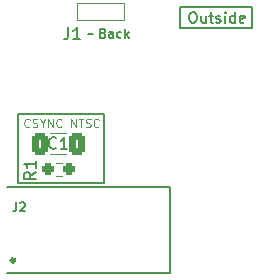
<source format=gbr>
G04 #@! TF.GenerationSoftware,KiCad,Pcbnew,(6.0.6-0)*
G04 #@! TF.CreationDate,2023-01-05T22:31:35-05:00*
G04 #@! TF.ProjectId,10DIN2VGA,31304449-4e32-4564-9741-2e6b69636164,1.0*
G04 #@! TF.SameCoordinates,Original*
G04 #@! TF.FileFunction,Legend,Top*
G04 #@! TF.FilePolarity,Positive*
%FSLAX46Y46*%
G04 Gerber Fmt 4.6, Leading zero omitted, Abs format (unit mm)*
G04 Created by KiCad (PCBNEW (6.0.6-0)) date 2023-01-05 22:31:35*
%MOMM*%
%LPD*%
G01*
G04 APERTURE LIST*
G04 Aperture macros list*
%AMRoundRect*
0 Rectangle with rounded corners*
0 $1 Rounding radius*
0 $2 $3 $4 $5 $6 $7 $8 $9 X,Y pos of 4 corners*
0 Add a 4 corners polygon primitive as box body*
4,1,4,$2,$3,$4,$5,$6,$7,$8,$9,$2,$3,0*
0 Add four circle primitives for the rounded corners*
1,1,$1+$1,$2,$3*
1,1,$1+$1,$4,$5*
1,1,$1+$1,$6,$7*
1,1,$1+$1,$8,$9*
0 Add four rect primitives between the rounded corners*
20,1,$1+$1,$2,$3,$4,$5,0*
20,1,$1+$1,$4,$5,$6,$7,0*
20,1,$1+$1,$6,$7,$8,$9,0*
20,1,$1+$1,$8,$9,$2,$3,0*%
G04 Aperture macros list end*
%ADD10C,0.127000*%
%ADD11C,0.120000*%
%ADD12C,0.150000*%
%ADD13C,0.350000*%
%ADD14RoundRect,0.288300X0.250000X0.237500X-0.250000X0.237500X-0.250000X-0.237500X0.250000X-0.237500X0*%
%ADD15C,1.601600*%
%ADD16RoundRect,0.050800X-2.000000X-0.750000X2.000000X-0.750000X2.000000X0.750000X-2.000000X0.750000X0*%
%ADD17RoundRect,0.300800X0.412500X0.650000X-0.412500X0.650000X-0.412500X-0.650000X0.412500X-0.650000X0*%
%ADD18O,1.609600X3.117600*%
G04 APERTURE END LIST*
D10*
X129240000Y-91600000D02*
X129680000Y-91600000D01*
X123325000Y-98395000D02*
X130565000Y-98395000D01*
X130565000Y-98395000D02*
X130565000Y-104250000D01*
X130565000Y-104250000D02*
X123325000Y-104250000D01*
X123325000Y-104250000D02*
X123325000Y-98395000D01*
X143140000Y-91090000D02*
X137030000Y-91090000D01*
X137030000Y-91090000D02*
X137030000Y-89380000D01*
X137030000Y-89380000D02*
X143140000Y-89380000D01*
X143140000Y-89380000D02*
X143140000Y-91090000D01*
X122390000Y-104570000D02*
X136140000Y-104570000D01*
X136140000Y-104570000D02*
X136140000Y-111830000D01*
X136140000Y-111830000D02*
X122360000Y-111830000D01*
D11*
X124273333Y-99450000D02*
X124240000Y-99483333D01*
X124140000Y-99516666D01*
X124073333Y-99516666D01*
X123973333Y-99483333D01*
X123906666Y-99416666D01*
X123873333Y-99350000D01*
X123840000Y-99216666D01*
X123840000Y-99116666D01*
X123873333Y-98983333D01*
X123906666Y-98916666D01*
X123973333Y-98850000D01*
X124073333Y-98816666D01*
X124140000Y-98816666D01*
X124240000Y-98850000D01*
X124273333Y-98883333D01*
X124540000Y-99483333D02*
X124640000Y-99516666D01*
X124806666Y-99516666D01*
X124873333Y-99483333D01*
X124906666Y-99450000D01*
X124940000Y-99383333D01*
X124940000Y-99316666D01*
X124906666Y-99250000D01*
X124873333Y-99216666D01*
X124806666Y-99183333D01*
X124673333Y-99150000D01*
X124606666Y-99116666D01*
X124573333Y-99083333D01*
X124540000Y-99016666D01*
X124540000Y-98950000D01*
X124573333Y-98883333D01*
X124606666Y-98850000D01*
X124673333Y-98816666D01*
X124840000Y-98816666D01*
X124940000Y-98850000D01*
X125373333Y-99183333D02*
X125373333Y-99516666D01*
X125140000Y-98816666D02*
X125373333Y-99183333D01*
X125606666Y-98816666D01*
X125840000Y-99516666D02*
X125840000Y-98816666D01*
X126240000Y-99516666D01*
X126240000Y-98816666D01*
X126973333Y-99450000D02*
X126940000Y-99483333D01*
X126840000Y-99516666D01*
X126773333Y-99516666D01*
X126673333Y-99483333D01*
X126606666Y-99416666D01*
X126573333Y-99350000D01*
X126540000Y-99216666D01*
X126540000Y-99116666D01*
X126573333Y-98983333D01*
X126606666Y-98916666D01*
X126673333Y-98850000D01*
X126773333Y-98816666D01*
X126840000Y-98816666D01*
X126940000Y-98850000D01*
X126973333Y-98883333D01*
X127806666Y-99516666D02*
X127806666Y-98816666D01*
X128206666Y-99516666D01*
X128206666Y-98816666D01*
X128440000Y-98816666D02*
X128840000Y-98816666D01*
X128640000Y-99516666D02*
X128640000Y-98816666D01*
X129040000Y-99483333D02*
X129140000Y-99516666D01*
X129306666Y-99516666D01*
X129373333Y-99483333D01*
X129406666Y-99450000D01*
X129440000Y-99383333D01*
X129440000Y-99316666D01*
X129406666Y-99250000D01*
X129373333Y-99216666D01*
X129306666Y-99183333D01*
X129173333Y-99150000D01*
X129106666Y-99116666D01*
X129073333Y-99083333D01*
X129040000Y-99016666D01*
X129040000Y-98950000D01*
X129073333Y-98883333D01*
X129106666Y-98850000D01*
X129173333Y-98816666D01*
X129340000Y-98816666D01*
X129440000Y-98850000D01*
X130140000Y-99450000D02*
X130106666Y-99483333D01*
X130006666Y-99516666D01*
X129940000Y-99516666D01*
X129840000Y-99483333D01*
X129773333Y-99416666D01*
X129740000Y-99350000D01*
X129706666Y-99216666D01*
X129706666Y-99116666D01*
X129740000Y-98983333D01*
X129773333Y-98916666D01*
X129840000Y-98850000D01*
X129940000Y-98816666D01*
X130006666Y-98816666D01*
X130106666Y-98850000D01*
X130140000Y-98883333D01*
D10*
X130514714Y-91555571D02*
X130623571Y-91591857D01*
X130659857Y-91628142D01*
X130696142Y-91700714D01*
X130696142Y-91809571D01*
X130659857Y-91882142D01*
X130623571Y-91918428D01*
X130551000Y-91954714D01*
X130260714Y-91954714D01*
X130260714Y-91192714D01*
X130514714Y-91192714D01*
X130587285Y-91229000D01*
X130623571Y-91265285D01*
X130659857Y-91337857D01*
X130659857Y-91410428D01*
X130623571Y-91483000D01*
X130587285Y-91519285D01*
X130514714Y-91555571D01*
X130260714Y-91555571D01*
X131349285Y-91954714D02*
X131349285Y-91555571D01*
X131313000Y-91483000D01*
X131240428Y-91446714D01*
X131095285Y-91446714D01*
X131022714Y-91483000D01*
X131349285Y-91918428D02*
X131276714Y-91954714D01*
X131095285Y-91954714D01*
X131022714Y-91918428D01*
X130986428Y-91845857D01*
X130986428Y-91773285D01*
X131022714Y-91700714D01*
X131095285Y-91664428D01*
X131276714Y-91664428D01*
X131349285Y-91628142D01*
X132038714Y-91918428D02*
X131966142Y-91954714D01*
X131821000Y-91954714D01*
X131748428Y-91918428D01*
X131712142Y-91882142D01*
X131675857Y-91809571D01*
X131675857Y-91591857D01*
X131712142Y-91519285D01*
X131748428Y-91483000D01*
X131821000Y-91446714D01*
X131966142Y-91446714D01*
X132038714Y-91483000D01*
X132365285Y-91954714D02*
X132365285Y-91192714D01*
X132437857Y-91664428D02*
X132655571Y-91954714D01*
X132655571Y-91446714D02*
X132365285Y-91737000D01*
X123136000Y-105892714D02*
X123136000Y-106437000D01*
X123099714Y-106545857D01*
X123027142Y-106618428D01*
X122918285Y-106654714D01*
X122845714Y-106654714D01*
X123462571Y-105965285D02*
X123498857Y-105929000D01*
X123571428Y-105892714D01*
X123752857Y-105892714D01*
X123825428Y-105929000D01*
X123861714Y-105965285D01*
X123898000Y-106037857D01*
X123898000Y-106110428D01*
X123861714Y-106219285D01*
X123426285Y-106654714D01*
X123898000Y-106654714D01*
D12*
X138028571Y-89777142D02*
X138200000Y-89777142D01*
X138285714Y-89820000D01*
X138371428Y-89905714D01*
X138414285Y-90077142D01*
X138414285Y-90377142D01*
X138371428Y-90548571D01*
X138285714Y-90634285D01*
X138200000Y-90677142D01*
X138028571Y-90677142D01*
X137942857Y-90634285D01*
X137857142Y-90548571D01*
X137814285Y-90377142D01*
X137814285Y-90077142D01*
X137857142Y-89905714D01*
X137942857Y-89820000D01*
X138028571Y-89777142D01*
X139185714Y-90077142D02*
X139185714Y-90677142D01*
X138800000Y-90077142D02*
X138800000Y-90548571D01*
X138842857Y-90634285D01*
X138928571Y-90677142D01*
X139057142Y-90677142D01*
X139142857Y-90634285D01*
X139185714Y-90591428D01*
X139485714Y-90077142D02*
X139828571Y-90077142D01*
X139614285Y-89777142D02*
X139614285Y-90548571D01*
X139657142Y-90634285D01*
X139742857Y-90677142D01*
X139828571Y-90677142D01*
X140085714Y-90634285D02*
X140171428Y-90677142D01*
X140342857Y-90677142D01*
X140428571Y-90634285D01*
X140471428Y-90548571D01*
X140471428Y-90505714D01*
X140428571Y-90420000D01*
X140342857Y-90377142D01*
X140214285Y-90377142D01*
X140128571Y-90334285D01*
X140085714Y-90248571D01*
X140085714Y-90205714D01*
X140128571Y-90120000D01*
X140214285Y-90077142D01*
X140342857Y-90077142D01*
X140428571Y-90120000D01*
X140857142Y-90677142D02*
X140857142Y-90077142D01*
X140857142Y-89777142D02*
X140814285Y-89820000D01*
X140857142Y-89862857D01*
X140900000Y-89820000D01*
X140857142Y-89777142D01*
X140857142Y-89862857D01*
X141671428Y-90677142D02*
X141671428Y-89777142D01*
X141671428Y-90634285D02*
X141585714Y-90677142D01*
X141414285Y-90677142D01*
X141328571Y-90634285D01*
X141285714Y-90591428D01*
X141242857Y-90505714D01*
X141242857Y-90248571D01*
X141285714Y-90162857D01*
X141328571Y-90120000D01*
X141414285Y-90077142D01*
X141585714Y-90077142D01*
X141671428Y-90120000D01*
X142442857Y-90634285D02*
X142357142Y-90677142D01*
X142185714Y-90677142D01*
X142100000Y-90634285D01*
X142057142Y-90548571D01*
X142057142Y-90205714D01*
X142100000Y-90120000D01*
X142185714Y-90077142D01*
X142357142Y-90077142D01*
X142442857Y-90120000D01*
X142485714Y-90205714D01*
X142485714Y-90291428D01*
X142057142Y-90377142D01*
X124812380Y-103316666D02*
X124336190Y-103650000D01*
X124812380Y-103888095D02*
X123812380Y-103888095D01*
X123812380Y-103507142D01*
X123860000Y-103411904D01*
X123907619Y-103364285D01*
X124002857Y-103316666D01*
X124145714Y-103316666D01*
X124240952Y-103364285D01*
X124288571Y-103411904D01*
X124336190Y-103507142D01*
X124336190Y-103888095D01*
X124812380Y-102364285D02*
X124812380Y-102935714D01*
X124812380Y-102650000D02*
X123812380Y-102650000D01*
X123955238Y-102745238D01*
X124050476Y-102840476D01*
X124098095Y-102935714D01*
X127556666Y-91062380D02*
X127556666Y-91776666D01*
X127509047Y-91919523D01*
X127413809Y-92014761D01*
X127270952Y-92062380D01*
X127175714Y-92062380D01*
X128556666Y-92062380D02*
X127985238Y-92062380D01*
X128270952Y-92062380D02*
X128270952Y-91062380D01*
X128175714Y-91205238D01*
X128080476Y-91300476D01*
X127985238Y-91348095D01*
X126523333Y-101267142D02*
X126475714Y-101314761D01*
X126332857Y-101362380D01*
X126237619Y-101362380D01*
X126094761Y-101314761D01*
X125999523Y-101219523D01*
X125951904Y-101124285D01*
X125904285Y-100933809D01*
X125904285Y-100790952D01*
X125951904Y-100600476D01*
X125999523Y-100505238D01*
X126094761Y-100410000D01*
X126237619Y-100362380D01*
X126332857Y-100362380D01*
X126475714Y-100410000D01*
X126523333Y-100457619D01*
X127475714Y-101362380D02*
X126904285Y-101362380D01*
X127190000Y-101362380D02*
X127190000Y-100362380D01*
X127094761Y-100505238D01*
X126999523Y-100600476D01*
X126904285Y-100648095D01*
D11*
X126984724Y-102567500D02*
X126475276Y-102567500D01*
X126984724Y-103612500D02*
X126475276Y-103612500D01*
X127401252Y-101820000D02*
X125978748Y-101820000D01*
X127401252Y-100000000D02*
X125978748Y-100000000D01*
D13*
X123020000Y-110770000D02*
G75*
G03*
X123020000Y-110770000I-150000J0D01*
G01*
%LPC*%
D14*
X127642500Y-103090000D03*
X125817500Y-103090000D03*
D15*
X140021496Y-105950007D03*
X138246496Y-104700007D03*
X138246496Y-107250007D03*
X140021496Y-95800007D03*
X138246496Y-102150007D03*
X138246496Y-99625007D03*
X138246496Y-97075007D03*
X140021496Y-103425007D03*
X140021496Y-98325007D03*
X140046496Y-100875007D03*
X138246496Y-94525007D03*
X132315000Y-97110000D03*
X130315000Y-97110000D03*
X128315000Y-97110000D03*
X133340000Y-95110000D03*
X131315000Y-95110000D03*
X129340000Y-95110000D03*
X127340000Y-95110000D03*
X132840000Y-93110000D03*
X129815000Y-93110000D03*
X127840000Y-93110000D03*
D16*
X130340000Y-89810000D03*
D17*
X128252500Y-100910000D03*
X125127500Y-100910000D03*
D18*
X123440000Y-108840000D03*
X125840000Y-106840000D03*
X131340000Y-106840000D03*
X135040000Y-108840000D03*
X129540000Y-108840000D03*
M02*

</source>
